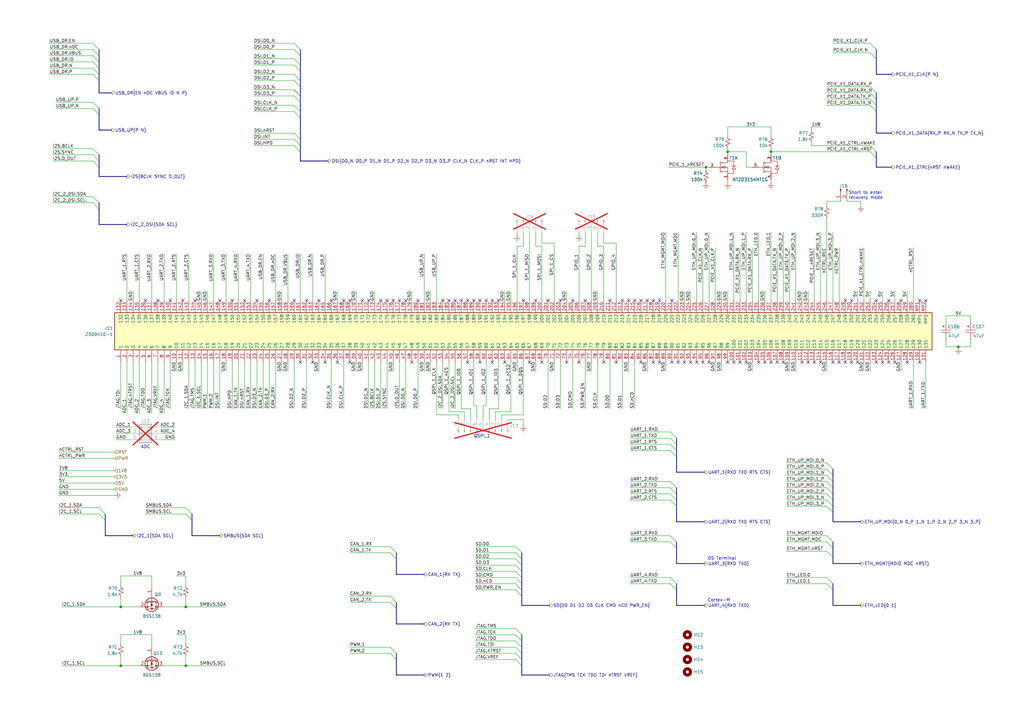
<source format=kicad_sch>
(kicad_sch (version 20230121) (generator eeschema)
  (paper "A3")
  (junction (at 49.53 248.92))
  (junction (at 49.53 273.05))
  (junction (at 289.56 68.58))
  (junction (at 298.45 62.23))
  (junction (at 76.2 248.92))
  (junction (at 393.065 142.24))
  (junction (at 76.2 273.05))
  (junction (at 316.23 62.23))
  (no_connect (at 140.97 123.19))
  (no_connect (at 260.35 123.19))
  (no_connect (at 224.79 123.19))
  (no_connect (at 344.17 148.59))
  (no_connect (at 120.65 123.19))
  (no_connect (at 379.73 123.19))
  (no_connect (at 135.89 123.19))
  (no_connect (at 349.25 148.59))
  (no_connect (at 316.23 148.59))
  (no_connect (at 285.75 148.59))
  (no_connect (at 334.01 148.59))
  (no_connect (at 257.81 123.19))
  (no_connect (at 95.25 123.19))
  (no_connect (at 346.71 123.19))
  (no_connect (at 191.77 123.19))
  (no_connect (at 364.49 148.59))
  (no_connect (at 123.19 148.59))
  (no_connect (at 128.27 148.59))
  (no_connect (at 265.43 123.19))
  (no_connect (at 90.17 123.19))
  (no_connect (at 196.85 123.19))
  (no_connect (at 359.41 123.19))
  (no_connect (at 207.01 148.59))
  (no_connect (at 69.85 123.19))
  (no_connect (at 328.93 148.59))
  (no_connect (at 369.57 123.19))
  (no_connect (at 204.47 123.19))
  (no_connect (at 189.23 123.19))
  (no_connect (at 275.59 123.19))
  (no_connect (at 349.25 123.19))
  (no_connect (at 372.11 148.59))
  (no_connect (at 313.69 148.59))
  (no_connect (at 377.19 123.19))
  (no_connect (at 300.99 148.59))
  (no_connect (at 191.77 148.59))
  (no_connect (at 100.33 123.19))
  (no_connect (at 196.85 148.59))
  (no_connect (at 303.53 148.59))
  (no_connect (at 156.21 123.19))
  (no_connect (at 367.03 148.59))
  (no_connect (at 74.93 123.19))
  (no_connect (at 283.21 148.59))
  (no_connect (at 125.73 123.19))
  (no_connect (at 64.77 123.19))
  (no_connect (at 275.59 148.59))
  (no_connect (at 336.55 148.59))
  (no_connect (at 351.79 148.59))
  (no_connect (at 222.25 148.59))
  (no_connect (at 163.83 123.19))
  (no_connect (at 219.71 123.19))
  (no_connect (at 262.89 148.59))
  (no_connect (at 186.69 123.19))
  (no_connect (at 130.81 123.19))
  (no_connect (at 278.13 148.59))
  (no_connect (at 250.19 123.19))
  (no_connect (at 59.69 123.19))
  (no_connect (at 80.01 123.19))
  (no_connect (at 234.95 123.19))
  (no_connect (at 199.39 123.19))
  (no_connect (at 306.07 148.59))
  (no_connect (at 148.59 123.19))
  (no_connect (at 184.15 123.19))
  (no_connect (at 110.49 123.19))
  (no_connect (at 166.37 123.19))
  (no_connect (at 201.93 148.59))
  (no_connect (at 280.67 148.59))
  (no_connect (at 262.89 123.19))
  (no_connect (at 377.19 148.59))
  (no_connect (at 158.75 123.19))
  (no_connect (at 201.93 123.19))
  (no_connect (at 364.49 123.19))
  (no_connect (at 161.29 123.19))
  (no_connect (at 181.61 123.19))
  (no_connect (at 298.45 148.59))
  (no_connect (at 290.83 148.59))
  (no_connect (at 361.95 148.59))
  (no_connect (at 359.41 148.59))
  (no_connect (at 49.53 123.19))
  (no_connect (at 288.29 148.59))
  (no_connect (at 232.41 148.59))
  (no_connect (at 247.65 148.59))
  (no_connect (at 331.47 148.59))
  (no_connect (at 168.91 148.59))
  (no_connect (at 171.45 123.19))
  (no_connect (at 252.73 148.59))
  (no_connect (at 194.31 123.19))
  (no_connect (at 151.13 123.19))
  (no_connect (at 255.27 123.19))
  (no_connect (at 143.51 123.19))
  (no_connect (at 267.97 123.19))
  (no_connect (at 318.77 148.59))
  (no_connect (at 105.41 123.19))
  (no_connect (at 270.51 148.59))
  (no_connect (at 217.17 148.59))
  (no_connect (at 321.31 148.59))
  (no_connect (at 237.49 148.59))
  (no_connect (at 341.63 148.59))
  (no_connect (at 138.43 148.59))
  (no_connect (at 229.87 123.19))
  (no_connect (at 133.35 148.59))
  (no_connect (at 270.51 123.19))
  (no_connect (at 214.63 123.19))
  (no_connect (at 143.51 148.59))
  (no_connect (at 346.71 148.59))
  (no_connect (at 240.03 123.19))
  (no_connect (at 311.15 148.59))
  (no_connect (at 267.97 148.59))
  (bus_entry (at 341.63 205.105) (size -2.54 -2.54))
  (bus_entry (at 359.41 64.77) (size -2.54 -2.54))
  (bus_entry (at 78.74 213.36) (size -2.54 -2.54))
  (bus_entry (at 162.56 226.695) (size -2.54 -2.54))
  (bus_entry (at 277.495 200.025) (size -2.54 -2.54))
  (bus_entry (at 277.495 224.79) (size -2.54 -2.54))
  (bus_entry (at 40.64 63.5) (size -2.54 -2.54))
  (bus_entry (at 123.19 39.37) (size -2.54 -2.54))
  (bus_entry (at 123.19 48.26) (size -2.54 -2.54))
  (bus_entry (at 123.19 29.21) (size -2.54 -2.54))
  (bus_entry (at 277.495 202.565) (size -2.54 -2.54))
  (bus_entry (at 213.995 265.43) (size -2.54 -2.54))
  (bus_entry (at 359.41 20.32) (size -2.54 -2.54))
  (bus_entry (at 359.41 45.72) (size -2.54 -2.54))
  (bus_entry (at 123.19 35.56) (size -2.54 -2.54))
  (bus_entry (at 162.56 267.97) (size -2.54 -2.54))
  (bus_entry (at 341.63 192.405) (size -2.54 -2.54))
  (bus_entry (at 123.19 41.91) (size -2.54 -2.54))
  (bus_entry (at 277.495 222.25) (size -2.54 -2.54))
  (bus_entry (at 123.19 39.37) (size -2.54 -2.54))
  (bus_entry (at 277.495 205.105) (size -2.54 -2.54))
  (bus_entry (at 213.995 260.35) (size -2.54 -2.54))
  (bus_entry (at 277.495 187.325) (size -2.54 -2.54))
  (bus_entry (at 213.995 234.315) (size -2.54 -2.54))
  (bus_entry (at 123.19 22.86) (size -2.54 -2.54))
  (bus_entry (at 40.64 22.86) (size -2.54 -2.54))
  (bus_entry (at 123.19 62.23) (size -2.54 -2.54))
  (bus_entry (at 40.64 83.185) (size -2.54 -2.54))
  (bus_entry (at 213.995 236.855) (size -2.54 -2.54))
  (bus_entry (at 277.495 239.395) (size -2.54 -2.54))
  (bus_entry (at 359.41 43.18) (size -2.54 -2.54))
  (bus_entry (at 43.18 213.36) (size -2.54 -2.54))
  (bus_entry (at 123.19 45.72) (size -2.54 -2.54))
  (bus_entry (at 162.56 229.235) (size -2.54 -2.54))
  (bus_entry (at 341.63 194.945) (size -2.54 -2.54))
  (bus_entry (at 359.41 38.1) (size -2.54 -2.54))
  (bus_entry (at 213.995 239.395) (size -2.54 -2.54))
  (bus_entry (at 341.63 224.79) (size -2.54 -2.54))
  (bus_entry (at 43.18 210.82) (size -2.54 -2.54))
  (bus_entry (at 213.995 273.05) (size -2.54 -2.54))
  (bus_entry (at 341.63 210.185) (size -2.54 -2.54))
  (bus_entry (at 277.495 241.935) (size -2.54 -2.54))
  (bus_entry (at 213.995 270.51) (size -2.54 -2.54))
  (bus_entry (at 40.64 25.4) (size -2.54 -2.54))
  (bus_entry (at 162.56 270.51) (size -2.54 -2.54))
  (bus_entry (at 341.63 200.025) (size -2.54 -2.54))
  (bus_entry (at 213.995 244.475) (size -2.54 -2.54))
  (bus_entry (at 213.995 231.775) (size -2.54 -2.54))
  (bus_entry (at 341.63 207.645) (size -2.54 -2.54))
  (bus_entry (at 213.995 229.235) (size -2.54 -2.54))
  (bus_entry (at 162.56 247.015) (size -2.54 -2.54))
  (bus_entry (at 123.19 57.15) (size -2.54 -2.54))
  (bus_entry (at 277.495 207.645) (size -2.54 -2.54))
  (bus_entry (at 341.63 239.395) (size -2.54 -2.54))
  (bus_entry (at 40.64 68.58) (size -2.54 -2.54))
  (bus_entry (at 213.995 267.97) (size -2.54 -2.54))
  (bus_entry (at 40.64 20.32) (size -2.54 -2.54))
  (bus_entry (at 341.63 228.6) (size -2.54 -2.54))
  (bus_entry (at 40.64 27.94) (size -2.54 -2.54))
  (bus_entry (at 359.41 24.13) (size -2.54 -2.54))
  (bus_entry (at 40.64 33.02) (size -2.54 -2.54))
  (bus_entry (at 78.74 210.82) (size -2.54 -2.54))
  (bus_entry (at 359.41 62.23) (size -2.54 -2.54))
  (bus_entry (at 213.995 262.89) (size -2.54 -2.54))
  (bus_entry (at 277.495 179.705) (size -2.54 -2.54))
  (bus_entry (at 213.995 241.935) (size -2.54 -2.54))
  (bus_entry (at 341.63 222.25) (size -2.54 -2.54))
  (bus_entry (at 40.64 44.45) (size -2.54 -2.54))
  (bus_entry (at 40.64 66.04) (size -2.54 -2.54))
  (bus_entry (at 359.41 40.64) (size -2.54 -2.54))
  (bus_entry (at 123.19 33.02) (size -2.54 -2.54))
  (bus_entry (at 162.56 249.555) (size -2.54 -2.54))
  (bus_entry (at 341.63 197.485) (size -2.54 -2.54))
  (bus_entry (at 123.19 59.69) (size -2.54 -2.54))
  (bus_entry (at 40.64 85.725) (size -2.54 -2.54))
  (bus_entry (at 123.19 20.32) (size -2.54 -2.54))
  (bus_entry (at 40.64 46.99) (size -2.54 -2.54))
  (bus_entry (at 277.495 182.245) (size -2.54 -2.54))
  (bus_entry (at 40.64 30.48) (size -2.54 -2.54))
  (bus_entry (at 341.63 202.565) (size -2.54 -2.54))
  (bus_entry (at 341.63 241.935) (size -2.54 -2.54))
  (bus_entry (at 277.495 184.785) (size -2.54 -2.54))
  (bus_entry (at 213.995 226.695) (size -2.54 -2.54))
  (bus_entry (at 123.19 26.67) (size -2.54 -2.54))
  (wire (pts (xy 245.11 95.25) (xy 245.11 100.965)))
  (bus (pts (xy 213.995 241.935) (xy 213.995 244.475)))
  (wire (pts (xy 298.45 52.07) (xy 298.45 55.88)))
  (bus (pts (xy 365.76 54.61) (xy 359.41 54.61)))
  (bus (pts (xy 123.19 22.86) (xy 123.19 26.67)))
  (bus (pts (xy 123.19 57.15) (xy 123.19 59.69)))
  (bus (pts (xy 78.74 210.82) (xy 78.74 213.36)))
  (wire (pts (xy 46.99 185.42) (xy 24.13 185.42)))
  (wire (pts (xy 158.75 148.59) (xy 158.75 167.64)))
  (bus (pts (xy 341.63 205.105) (xy 341.63 207.645)))
  (wire (pts (xy 274.955 184.785) (xy 258.445 184.785)))
  (wire (pts (xy 316.23 95.25) (xy 316.23 123.19)))
  (bus (pts (xy 213.995 262.89) (xy 213.995 265.43)))
  (wire (pts (xy 313.69 119.38) (xy 313.69 123.19)))
  (wire (pts (xy 67.31 123.19) (xy 67.31 104.14)))
  (wire (pts (xy 339.09 89.535) (xy 339.09 123.19)))
  (wire (pts (xy 107.95 148.59) (xy 107.95 167.64)))
  (bus (pts (xy 341.63 192.405) (xy 341.63 194.945)))
  (wire (pts (xy 339.09 192.405) (xy 322.58 192.405)))
  (wire (pts (xy 49.53 273.05) (xy 57.15 273.05)))
  (bus (pts (xy 359.41 64.77) (xy 359.41 68.58)))
  (wire (pts (xy 211.455 270.51) (xy 194.945 270.51)))
  (wire (pts (xy 374.65 123.19) (xy 374.65 101.6)))
  (bus (pts (xy 341.63 224.79) (xy 341.63 228.6)))
  (bus (pts (xy 277.495 202.565) (xy 277.495 205.105)))
  (bus (pts (xy 123.19 26.67) (xy 123.19 29.21)))
  (bus (pts (xy 288.925 193.675) (xy 277.495 193.675)))
  (wire (pts (xy 40.64 208.28) (xy 24.13 208.28)))
  (wire (pts (xy 209.55 168.91) (xy 203.2 168.91)))
  (wire (pts (xy 245.11 148.59) (xy 245.11 167.64)))
  (wire (pts (xy 214.63 170.18) (xy 205.74 170.18)))
  (wire (pts (xy 151.13 148.59) (xy 151.13 167.64)))
  (bus (pts (xy 288.925 231.14) (xy 277.495 231.14)))
  (bus (pts (xy 225.425 248.285) (xy 213.995 248.285)))
  (bus (pts (xy 213.995 226.695) (xy 213.995 229.235)))
  (wire (pts (xy 303.53 101.6) (xy 303.53 123.19)))
  (wire (pts (xy 97.79 123.19) (xy 97.79 104.14)))
  (bus (pts (xy 40.64 25.4) (xy 40.64 27.94)))
  (bus (pts (xy 162.56 270.51) (xy 162.56 276.86)))
  (bus (pts (xy 213.995 239.395) (xy 213.995 241.935)))
  (bus (pts (xy 40.64 20.32) (xy 40.64 22.86)))
  (wire (pts (xy 49.53 248.92) (xy 57.15 248.92)))
  (wire (pts (xy 274.955 179.705) (xy 258.445 179.705)))
  (bus (pts (xy 40.64 53.34) (xy 45.72 53.34)))
  (wire (pts (xy 62.23 148.59) (xy 62.23 169.545)))
  (wire (pts (xy 198.12 166.37) (xy 198.12 172.085)))
  (bus (pts (xy 277.495 187.325) (xy 277.495 193.675)))
  (wire (pts (xy 298.45 119.38) (xy 298.45 123.19)))
  (bus (pts (xy 359.41 45.72) (xy 359.41 54.61)))
  (bus (pts (xy 359.41 20.32) (xy 359.41 24.13)))
  (wire (pts (xy 189.23 148.59) (xy 189.23 167.64)))
  (wire (pts (xy 77.47 148.59) (xy 77.47 167.64)))
  (wire (pts (xy 247.65 100.965) (xy 247.65 123.19)))
  (wire (pts (xy 69.85 148.59) (xy 69.85 167.64)))
  (wire (pts (xy 138.43 119.38) (xy 138.43 123.19)))
  (wire (pts (xy 211.455 257.81) (xy 194.945 257.81)))
  (bus (pts (xy 40.64 85.725) (xy 40.64 92.075)))
  (wire (pts (xy 353.06 82.55) (xy 353.06 84.455)))
  (wire (pts (xy 316.23 62.23) (xy 356.87 62.23)))
  (wire (pts (xy 332.74 52.07) (xy 332.74 53.34)))
  (bus (pts (xy 353.06 248.285) (xy 341.63 248.285)))
  (wire (pts (xy 72.39 260.35) (xy 76.2 260.35)))
  (wire (pts (xy 339.09 84.455) (xy 339.09 82.55)))
  (wire (pts (xy 38.1 27.94) (xy 20.32 27.94)))
  (wire (pts (xy 356.87 40.64) (xy 339.09 40.64)))
  (wire (pts (xy 293.37 101.6) (xy 293.37 123.19)))
  (wire (pts (xy 38.1 63.5) (xy 21.59 63.5)))
  (wire (pts (xy 242.57 148.59) (xy 242.57 152.4)))
  (wire (pts (xy 232.41 119.38) (xy 232.41 123.19)))
  (wire (pts (xy 49.53 245.11) (xy 49.53 248.92)))
  (wire (pts (xy 247.65 99.695) (xy 252.73 99.695)))
  (wire (pts (xy 356.87 119.38) (xy 356.87 123.19)))
  (wire (pts (xy 38.1 20.32) (xy 20.32 20.32)))
  (bus (pts (xy 341.63 197.485) (xy 341.63 200.025)))
  (wire (pts (xy 211.455 231.775) (xy 194.945 231.775)))
  (bus (pts (xy 162.56 229.235) (xy 162.56 235.585)))
  (bus (pts (xy 277.495 205.105) (xy 277.495 207.645)))
  (wire (pts (xy 234.95 148.59) (xy 234.95 167.64)))
  (wire (pts (xy 156.21 148.59) (xy 156.21 167.64)))
  (wire (pts (xy 336.55 95.25) (xy 336.55 123.19)))
  (wire (pts (xy 331.47 119.38) (xy 331.47 123.19)))
  (wire (pts (xy 153.67 148.59) (xy 153.67 167.64)))
  (wire (pts (xy 316.23 62.23) (xy 316.23 63.5)))
  (bus (pts (xy 277.495 241.935) (xy 277.495 248.285)))
  (bus (pts (xy 123.19 41.91) (xy 123.19 45.72)))
  (wire (pts (xy 354.33 101.6) (xy 354.33 123.19)))
  (bus (pts (xy 277.495 200.025) (xy 277.495 202.565)))
  (wire (pts (xy 113.03 148.59) (xy 113.03 167.64)))
  (bus (pts (xy 288.925 213.995) (xy 277.495 213.995)))
  (bus (pts (xy 123.19 20.32) (xy 123.19 22.86)))
  (wire (pts (xy 171.45 148.59) (xy 171.45 167.64)))
  (bus (pts (xy 173.99 276.86) (xy 162.56 276.86)))
  (wire (pts (xy 38.1 80.645) (xy 21.59 80.645)))
  (wire (pts (xy 76.2 269.24) (xy 76.2 273.05)))
  (wire (pts (xy 97.79 148.59) (xy 97.79 167.64)))
  (bus (pts (xy 341.63 194.945) (xy 341.63 197.485)))
  (wire (pts (xy 38.1 30.48) (xy 20.32 30.48)))
  (wire (pts (xy 361.95 119.38) (xy 361.95 123.19)))
  (wire (pts (xy 148.59 148.59) (xy 148.59 152.4)))
  (wire (pts (xy 211.455 241.935) (xy 194.945 241.935)))
  (bus (pts (xy 162.56 267.97) (xy 162.56 270.51)))
  (wire (pts (xy 38.1 83.185) (xy 21.59 83.185)))
  (wire (pts (xy 140.97 148.59) (xy 140.97 167.64)))
  (wire (pts (xy 38.1 60.96) (xy 21.59 60.96)))
  (wire (pts (xy 207.01 119.38) (xy 207.01 123.19)))
  (wire (pts (xy 85.09 148.59) (xy 85.09 167.64)))
  (wire (pts (xy 214.63 95.25) (xy 214.63 100.965)))
  (bus (pts (xy 213.995 231.775) (xy 213.995 234.315)))
  (wire (pts (xy 146.05 119.38) (xy 146.05 123.19)))
  (wire (pts (xy 306.07 62.23) (xy 306.07 68.58)))
  (wire (pts (xy 52.07 148.59) (xy 52.07 169.545)))
  (wire (pts (xy 211.455 262.89) (xy 194.945 262.89)))
  (wire (pts (xy 398.145 129.54) (xy 398.145 132.08)))
  (wire (pts (xy 105.41 148.59) (xy 105.41 167.64)))
  (wire (pts (xy 22.86 44.45) (xy 38.1 44.45)))
  (wire (pts (xy 240.03 100.965) (xy 237.49 100.965)))
  (wire (pts (xy 128.27 123.19) (xy 128.27 104.14)))
  (wire (pts (xy 118.11 148.59) (xy 118.11 152.4)))
  (wire (pts (xy 135.89 148.59) (xy 135.89 167.64)))
  (wire (pts (xy 49.53 236.22) (xy 62.23 236.22)))
  (wire (pts (xy 77.47 123.19) (xy 77.47 104.14)))
  (wire (pts (xy 211.455 226.695) (xy 194.945 226.695)))
  (wire (pts (xy 219.71 148.59) (xy 219.71 152.4)))
  (wire (pts (xy 67.31 273.05) (xy 76.2 273.05)))
  (wire (pts (xy 38.1 22.86) (xy 20.32 22.86)))
  (wire (pts (xy 318.77 123.19) (xy 318.77 101.6)))
  (wire (pts (xy 387.985 132.08) (xy 387.985 129.54)))
  (wire (pts (xy 120.65 30.48) (xy 104.14 30.48)))
  (wire (pts (xy 273.05 95.25) (xy 273.05 123.19)))
  (wire (pts (xy 316.23 55.88) (xy 316.23 52.07)))
  (bus (pts (xy 123.19 35.56) (xy 123.19 39.37)))
  (wire (pts (xy 190.5 168.91) (xy 190.5 172.085)))
  (wire (pts (xy 387.985 129.54) (xy 398.145 129.54)))
  (wire (pts (xy 274.955 177.165) (xy 258.445 177.165)))
  (wire (pts (xy 356.87 21.59) (xy 341.63 21.59)))
  (wire (pts (xy 194.31 166.37) (xy 195.58 166.37)))
  (wire (pts (xy 290.83 68.58) (xy 289.56 68.58)))
  (bus (pts (xy 40.64 83.185) (xy 40.64 85.725)))
  (wire (pts (xy 24.13 193.04) (xy 46.99 193.04)))
  (bus (pts (xy 225.425 276.86) (xy 213.995 276.86)))
  (wire (pts (xy 76.2 208.28) (xy 59.69 208.28)))
  (wire (pts (xy 195.58 166.37) (xy 195.58 172.085)))
  (bus (pts (xy 40.64 63.5) (xy 40.64 66.04)))
  (wire (pts (xy 339.09 197.485) (xy 322.58 197.485)))
  (wire (pts (xy 339.09 82.55) (xy 344.805 82.55)))
  (wire (pts (xy 72.39 148.59) (xy 72.39 152.4)))
  (wire (pts (xy 24.13 200.66) (xy 46.99 200.66)))
  (wire (pts (xy 82.55 148.59) (xy 82.55 167.64)))
  (wire (pts (xy 100.33 148.59) (xy 100.33 167.64)))
  (wire (pts (xy 176.53 119.38) (xy 176.53 123.19)))
  (bus (pts (xy 173.99 235.585) (xy 162.56 235.585)))
  (bus (pts (xy 213.995 229.235) (xy 213.995 231.775)))
  (bus (pts (xy 123.19 59.69) (xy 123.19 62.23)))
  (wire (pts (xy 227.33 148.59) (xy 227.33 152.4)))
  (wire (pts (xy 211.455 260.35) (xy 194.945 260.35)))
  (wire (pts (xy 186.69 148.59) (xy 186.69 167.64)))
  (wire (pts (xy 212.09 148.59) (xy 212.09 152.4)))
  (bus (pts (xy 52.07 72.39) (xy 40.64 72.39)))
  (wire (pts (xy 250.19 148.59) (xy 250.19 167.64)))
  (bus (pts (xy 277.495 222.25) (xy 277.495 224.79)))
  (wire (pts (xy 173.99 148.59) (xy 173.99 152.4)))
  (wire (pts (xy 274.955 182.245) (xy 258.445 182.245)))
  (wire (pts (xy 278.13 95.25) (xy 278.13 123.19)))
  (wire (pts (xy 47.625 175.26) (xy 53.34 175.26)))
  (wire (pts (xy 66.04 175.26) (xy 71.755 175.26)))
  (wire (pts (xy 160.02 226.695) (xy 143.51 226.695)))
  (wire (pts (xy 120.65 36.83) (xy 104.14 36.83)))
  (wire (pts (xy 356.87 43.18) (xy 339.09 43.18)))
  (wire (pts (xy 316.23 73.66) (xy 316.23 74.93)))
  (bus (pts (xy 341.63 241.935) (xy 341.63 248.285)))
  (wire (pts (xy 298.45 60.96) (xy 298.45 62.23)))
  (wire (pts (xy 120.65 24.13) (xy 104.14 24.13)))
  (wire (pts (xy 120.65 54.61) (xy 104.14 54.61)))
  (wire (pts (xy 203.2 168.91) (xy 203.2 172.085)))
  (wire (pts (xy 110.49 148.59) (xy 110.49 167.64)))
  (wire (pts (xy 113.03 123.19) (xy 113.03 104.14)))
  (wire (pts (xy 242.57 95.25) (xy 242.57 123.19)))
  (bus (pts (xy 45.72 38.1) (xy 40.64 38.1)))
  (wire (pts (xy 120.65 57.15) (xy 104.14 57.15)))
  (wire (pts (xy 288.29 101.6) (xy 288.29 123.19)))
  (wire (pts (xy 66.04 180.34) (xy 71.755 180.34)))
  (bus (pts (xy 213.995 234.315) (xy 213.995 236.855)))
  (wire (pts (xy 227.33 99.695) (xy 227.33 123.19)))
  (wire (pts (xy 76.2 260.35) (xy 76.2 264.16)))
  (wire (pts (xy 212.09 100.965) (xy 212.09 123.19)))
  (wire (pts (xy 120.65 59.69) (xy 104.14 59.69)))
  (wire (pts (xy 339.09 236.855) (xy 322.58 236.855)))
  (wire (pts (xy 153.67 119.38) (xy 153.67 123.19)))
  (wire (pts (xy 339.09 202.565) (xy 322.58 202.565)))
  (wire (pts (xy 57.15 148.59) (xy 57.15 169.545)))
  (bus (pts (xy 123.19 39.37) (xy 123.19 41.91)))
  (wire (pts (xy 308.61 148.59) (xy 308.61 152.4)))
  (wire (pts (xy 289.56 68.58) (xy 289.56 69.85)))
  (wire (pts (xy 168.91 119.38) (xy 168.91 123.19)))
  (wire (pts (xy 273.05 148.59) (xy 273.05 152.4)))
  (wire (pts (xy 211.455 236.855) (xy 194.945 236.855)))
  (wire (pts (xy 283.21 119.38) (xy 283.21 123.19)))
  (wire (pts (xy 280.67 119.38) (xy 280.67 123.19)))
  (wire (pts (xy 247.65 95.25) (xy 247.65 99.695)))
  (wire (pts (xy 257.81 148.59) (xy 257.81 152.4)))
  (wire (pts (xy 204.47 148.59) (xy 204.47 167.64)))
  (wire (pts (xy 107.95 123.19) (xy 107.95 104.14)))
  (wire (pts (xy 339.09 205.105) (xy 322.58 205.105)))
  (wire (pts (xy 274.955 222.25) (xy 258.445 222.25)))
  (wire (pts (xy 199.39 148.59) (xy 199.39 166.37)))
  (wire (pts (xy 217.17 95.25) (xy 217.17 123.19)))
  (bus (pts (xy 52.07 92.075) (xy 40.64 92.075)))
  (wire (pts (xy 326.39 148.59) (xy 326.39 152.4)))
  (wire (pts (xy 74.93 148.59) (xy 74.93 152.4)))
  (bus (pts (xy 173.99 255.905) (xy 162.56 255.905)))
  (wire (pts (xy 323.85 148.59) (xy 323.85 152.4)))
  (bus (pts (xy 40.64 66.04) (xy 40.64 68.58)))
  (wire (pts (xy 85.09 119.38) (xy 85.09 123.19)))
  (bus (pts (xy 213.995 265.43) (xy 213.995 267.97)))
  (bus (pts (xy 359.41 24.13) (xy 359.41 30.48)))
  (wire (pts (xy 205.74 170.18) (xy 205.74 172.085)))
  (bus (pts (xy 40.64 46.99) (xy 40.64 53.34)))
  (bus (pts (xy 341.63 202.565) (xy 341.63 205.105)))
  (bus (pts (xy 359.41 43.18) (xy 359.41 45.72)))
  (wire (pts (xy 274.955 202.565) (xy 258.445 202.565)))
  (wire (pts (xy 76.2 245.11) (xy 76.2 248.92)))
  (wire (pts (xy 120.65 45.72) (xy 104.14 45.72)))
  (wire (pts (xy 398.145 142.24) (xy 398.145 139.7)))
  (wire (pts (xy 38.1 66.04) (xy 21.59 66.04)))
  (wire (pts (xy 334.01 101.6) (xy 334.01 123.19)))
  (bus (pts (xy 213.995 273.05) (xy 213.995 276.86)))
  (wire (pts (xy 211.455 265.43) (xy 194.945 265.43)))
  (bus (pts (xy 341.63 222.25) (xy 341.63 224.79)))
  (wire (pts (xy 130.81 148.59) (xy 130.81 152.4)))
  (wire (pts (xy 40.64 210.82) (xy 24.13 210.82)))
  (wire (pts (xy 72.39 236.22) (xy 76.2 236.22)))
  (wire (pts (xy 184.15 148.59) (xy 184.15 168.91)))
  (wire (pts (xy 102.87 148.59) (xy 102.87 167.64)))
  (wire (pts (xy 199.39 166.37) (xy 198.12 166.37)))
  (wire (pts (xy 369.57 148.59) (xy 369.57 152.4)))
  (wire (pts (xy 229.87 148.59) (xy 229.87 167.64)))
  (wire (pts (xy 211.455 229.235) (xy 194.945 229.235)))
  (wire (pts (xy 102.87 123.19) (xy 102.87 104.14)))
  (wire (pts (xy 323.85 123.19) (xy 323.85 101.6)))
  (bus (pts (xy 40.64 27.94) (xy 40.64 30.48)))
  (wire (pts (xy 25.4 248.92) (xy 49.53 248.92)))
  (wire (pts (xy 222.25 100.965) (xy 222.25 123.19)))
  (wire (pts (xy 92.71 148.59) (xy 92.71 152.4)))
  (bus (pts (xy 277.495 224.79) (xy 277.495 231.14)))
  (wire (pts (xy 222.25 99.695) (xy 227.33 99.695)))
  (wire (pts (xy 290.83 95.25) (xy 290.83 123.19)))
  (wire (pts (xy 387.985 139.7) (xy 387.985 142.24)))
  (wire (pts (xy 245.11 100.965) (xy 247.65 100.965)))
  (wire (pts (xy 260.35 148.59) (xy 260.35 167.64)))
  (wire (pts (xy 393.065 142.24) (xy 398.145 142.24)))
  (wire (pts (xy 87.63 148.59) (xy 87.63 167.64)))
  (wire (pts (xy 328.93 119.38) (xy 328.93 123.19)))
  (bus (pts (xy 341.63 207.645) (xy 341.63 210.185)))
  (wire (pts (xy 274.955 236.855) (xy 258.445 236.855)))
  (bus (pts (xy 359.41 62.23) (xy 359.41 64.77)))
  (wire (pts (xy 341.63 95.25) (xy 341.63 123.19)))
  (bus (pts (xy 277.495 207.645) (xy 277.495 213.995)))
  (wire (pts (xy 76.2 236.22) (xy 76.2 240.03)))
  (wire (pts (xy 194.31 148.59) (xy 194.31 166.37)))
  (wire (pts (xy 237.49 100.965) (xy 237.49 123.19)))
  (wire (pts (xy 339.09 200.025) (xy 322.58 200.025)))
  (bus (pts (xy 341.63 228.6) (xy 341.63 231.14)))
  (wire (pts (xy 66.04 177.8) (xy 71.755 177.8)))
  (wire (pts (xy 90.17 148.59) (xy 90.17 167.64)))
  (bus (pts (xy 353.06 213.995) (xy 341.63 213.995)))
  (bus (pts (xy 359.41 38.1) (xy 359.41 40.64)))
  (bus (pts (xy 213.995 236.855) (xy 213.995 239.395)))
  (wire (pts (xy 306.07 68.58) (xy 308.61 68.58)))
  (wire (pts (xy 332.74 52.07) (xy 336.55 52.07)))
  (wire (pts (xy 339.09 239.395) (xy 322.58 239.395)))
  (wire (pts (xy 184.15 168.91) (xy 190.5 168.91)))
  (wire (pts (xy 62.23 123.19) (xy 62.23 104.14)))
  (wire (pts (xy 123.19 123.19) (xy 123.19 104.14)))
  (wire (pts (xy 160.02 267.97) (xy 143.51 267.97)))
  (wire (pts (xy 316.23 60.96) (xy 316.23 62.23)))
  (wire (pts (xy 332.74 59.69) (xy 356.87 59.69)))
  (wire (pts (xy 372.11 119.38) (xy 372.11 123.19)))
  (wire (pts (xy 160.02 224.155) (xy 143.51 224.155)))
  (wire (pts (xy 245.11 119.38) (xy 245.11 123.19)))
  (wire (pts (xy 187.96 170.18) (xy 187.96 172.085)))
  (wire (pts (xy 38.1 25.4) (xy 20.32 25.4)))
  (wire (pts (xy 67.31 248.92) (xy 76.2 248.92)))
  (wire (pts (xy 82.55 119.38) (xy 82.55 123.19)))
  (wire (pts (xy 214.63 172.085) (xy 214.63 174.625)))
  (wire (pts (xy 237.49 95.25) (xy 237.49 96.52)))
  (wire (pts (xy 160.02 247.015) (xy 143.51 247.015)))
  (wire (pts (xy 274.32 68.58) (xy 289.56 68.58)))
  (wire (pts (xy 120.65 39.37) (xy 104.14 39.37)))
  (wire (pts (xy 347.345 82.55) (xy 353.06 82.55)))
  (bus (pts (xy 43.18 213.36) (xy 43.18 219.71)))
  (wire (pts (xy 311.15 95.25) (xy 311.15 123.19)))
  (wire (pts (xy 160.02 244.475) (xy 143.51 244.475)))
  (wire (pts (xy 173.99 123.19) (xy 173.99 104.14)))
  (wire (pts (xy 53.34 177.8) (xy 47.625 177.8)))
  (wire (pts (xy 189.23 167.64) (xy 193.04 167.64)))
  (wire (pts (xy 176.53 148.59) (xy 176.53 152.4)))
  (wire (pts (xy 367.03 119.38) (xy 367.03 123.19)))
  (wire (pts (xy 49.53 260.35) (xy 62.23 260.35)))
  (wire (pts (xy 356.87 148.59) (xy 356.87 152.4)))
  (wire (pts (xy 252.73 99.695) (xy 252.73 123.19)))
  (wire (pts (xy 211.455 234.315) (xy 194.945 234.315)))
  (wire (pts (xy 125.73 148.59) (xy 125.73 167.64)))
  (wire (pts (xy 222.25 95.25) (xy 222.25 99.695)))
  (wire (pts (xy 339.09 194.945) (xy 322.58 194.945)))
  (wire (pts (xy 214.63 148.59) (xy 214.63 170.18)))
  (wire (pts (xy 87.63 123.19) (xy 87.63 104.14)))
  (wire (pts (xy 22.86 41.91) (xy 38.1 41.91)))
  (wire (pts (xy 339.09 148.59) (xy 339.09 152.4)))
  (wire (pts (xy 49.53 264.16) (xy 49.53 260.35)))
  (wire (pts (xy 285.75 95.25) (xy 285.75 123.19)))
  (wire (pts (xy 274.955 197.485) (xy 258.445 197.485)))
  (wire (pts (xy 298.45 73.66) (xy 298.45 74.93)))
  (bus (pts (xy 134.62 66.04) (xy 123.19 66.04)))
  (bus (pts (xy 213.995 267.97) (xy 213.995 270.51)))
  (wire (pts (xy 295.91 119.38) (xy 295.91 123.19)))
  (bus (pts (xy 277.495 182.245) (xy 277.495 184.785)))
  (wire (pts (xy 387.985 142.24) (xy 393.065 142.24)))
  (wire (pts (xy 120.65 43.18) (xy 104.14 43.18)))
  (wire (pts (xy 47.625 180.34) (xy 53.34 180.34)))
  (wire (pts (xy 298.45 62.23) (xy 298.45 63.5)))
  (wire (pts (xy 193.04 167.64) (xy 193.04 172.085)))
  (wire (pts (xy 181.61 148.59) (xy 181.61 167.64)))
  (wire (pts (xy 146.05 148.59) (xy 146.05 152.4)))
  (wire (pts (xy 356.87 35.56) (xy 339.09 35.56)))
  (bus (pts (xy 40.64 22.86) (xy 40.64 25.4)))
  (wire (pts (xy 115.57 148.59) (xy 115.57 152.4)))
  (wire (pts (xy 211.455 224.155) (xy 194.945 224.155)))
  (wire (pts (xy 76.2 273.05) (xy 92.71 273.05)))
  (wire (pts (xy 54.61 119.38) (xy 54.61 123.19)))
  (wire (pts (xy 212.09 95.25) (xy 212.09 96.52)))
  (wire (pts (xy 120.65 148.59) (xy 120.65 167.64)))
  (wire (pts (xy 161.29 148.59) (xy 161.29 152.4)))
  (wire (pts (xy 24.13 195.58) (xy 46.99 195.58)))
  (bus (pts (xy 277.495 239.395) (xy 277.495 241.935)))
  (wire (pts (xy 46.99 187.96) (xy 24.13 187.96)))
  (bus (pts (xy 162.56 249.555) (xy 162.56 255.905)))
  (wire (pts (xy 306.07 95.25) (xy 306.07 123.19)))
  (wire (pts (xy 92.71 123.19) (xy 92.71 104.14)))
  (wire (pts (xy 209.55 119.38) (xy 209.55 123.19)))
  (wire (pts (xy 219.71 100.965) (xy 222.25 100.965)))
  (wire (pts (xy 326.39 95.25) (xy 326.39 123.19)))
  (wire (pts (xy 295.91 148.59) (xy 295.91 152.4)))
  (wire (pts (xy 293.37 148.59) (xy 293.37 152.4)))
  (bus (pts (xy 40.64 30.48) (xy 40.64 33.02)))
  (bus (pts (xy 353.06 231.14) (xy 341.63 231.14)))
  (wire (pts (xy 95.25 148.59) (xy 95.25 167.64)))
  (wire (pts (xy 204.47 167.64) (xy 200.66 167.64)))
  (wire (pts (xy 120.65 20.32) (xy 104.14 20.32)))
  (wire (pts (xy 354.33 148.59) (xy 354.33 152.4)))
  (wire (pts (xy 49.53 148.59) (xy 49.53 167.64)))
  (bus (pts (xy 365.76 68.58) (xy 359.41 68.58)))
  (wire (pts (xy 200.66 167.64) (xy 200.66 172.085)))
  (wire (pts (xy 46.99 198.12) (xy 24.13 198.12)))
  (bus (pts (xy 341.63 210.185) (xy 341.63 213.995)))
  (wire (pts (xy 322.58 226.06) (xy 339.09 226.06)))
  (bus (pts (xy 359.41 40.64) (xy 359.41 43.18)))
  (wire (pts (xy 52.07 123.19) (xy 52.07 104.14)))
  (wire (pts (xy 179.07 170.18) (xy 187.96 170.18)))
  (bus (pts (xy 365.76 30.48) (xy 359.41 30.48)))
  (wire (pts (xy 163.83 148.59) (xy 163.83 167.64)))
  (wire (pts (xy 344.17 123.19) (xy 344.17 101.6)))
  (wire (pts (xy 72.39 123.19) (xy 72.39 104.14)))
  (wire (pts (xy 339.09 189.865) (xy 322.58 189.865)))
  (wire (pts (xy 49.53 269.24) (xy 49.53 273.05)))
  (bus (pts (xy 78.74 213.36) (xy 78.74 219.71)))
  (wire (pts (xy 80.01 148.59) (xy 80.01 167.64)))
  (bus (pts (xy 123.19 33.02) (xy 123.19 35.56)))
  (wire (pts (xy 351.79 119.38) (xy 351.79 123.19)))
  (wire (pts (xy 274.955 205.105) (xy 258.445 205.105)))
  (wire (pts (xy 339.09 207.645) (xy 322.58 207.645)))
  (bus (pts (xy 40.64 68.58) (xy 40.64 72.39)))
  (wire (pts (xy 356.87 38.1) (xy 339.09 38.1)))
  (wire (pts (xy 209.55 148.59) (xy 209.55 168.91)))
  (bus (pts (xy 40.64 33.02) (xy 40.64 38.1)))
  (wire (pts (xy 38.1 17.78) (xy 20.32 17.78)))
  (wire (pts (xy 49.53 236.22) (xy 49.53 240.03)))
  (bus (pts (xy 123.19 48.26) (xy 123.19 57.15)))
  (wire (pts (xy 25.4 273.05) (xy 49.53 273.05)))
  (wire (pts (xy 265.43 148.59) (xy 265.43 152.4)))
  (wire (pts (xy 133.35 123.19) (xy 133.35 104.14)))
  (bus (pts (xy 90.17 219.71) (xy 78.74 219.71)))
  (wire (pts (xy 24.13 203.2) (xy 46.99 203.2)))
  (bus (pts (xy 123.19 29.21) (xy 123.19 33.02)))
  (bus (pts (xy 213.995 244.475) (xy 213.995 248.285)))
  (wire (pts (xy 115.57 119.38) (xy 115.57 123.19)))
  (wire (pts (xy 160.02 265.43) (xy 143.51 265.43)))
  (wire (pts (xy 118.11 123.19) (xy 118.11 104.14)))
  (wire (pts (xy 211.455 239.395) (xy 194.945 239.395)))
  (wire (pts (xy 240.03 148.59) (xy 240.03 167.64)))
  (wire (pts (xy 332.74 58.42) (xy 332.74 59.69)))
  (wire (pts (xy 214.63 100.965) (xy 212.09 100.965)))
  (wire (pts (xy 59.69 148.59) (xy 59.69 167.64)))
  (wire (pts (xy 179.07 148.59) (xy 179.07 170.18)))
  (bus (pts (xy 123.19 62.23) (xy 123.19 66.04)))
  (wire (pts (xy 120.65 26.67) (xy 104.14 26.67)))
  (bus (pts (xy 341.63 239.395) (xy 341.63 241.935)))
  (bus (pts (xy 213.995 270.51) (xy 213.995 273.05)))
  (wire (pts (xy 166.37 148.59) (xy 166.37 167.64)))
  (bus (pts (xy 123.19 45.72) (xy 123.19 48.26)))
  (wire (pts (xy 393.065 142.24) (xy 393.065 142.875)))
  (wire (pts (xy 54.61 148.59) (xy 54.61 167.64)))
  (wire (pts (xy 120.65 17.78) (xy 104.14 17.78)))
  (wire (pts (xy 298.45 62.23) (xy 306.07 62.23)))
  (bus (pts (xy 288.925 248.285) (xy 277.495 248.285)))
  (bus (pts (xy 277.495 179.705) (xy 277.495 182.245)))
  (wire (pts (xy 274.955 200.025) (xy 258.445 200.025)))
  (wire (pts (xy 62.23 236.22) (xy 62.23 241.3)))
  (wire (pts (xy 274.955 219.71) (xy 258.445 219.71)))
  (bus (pts (xy 43.18 210.82) (xy 43.18 213.36)))
  (wire (pts (xy 374.65 148.59) (xy 374.65 167.64)))
  (wire (pts (xy 255.27 148.59) (xy 255.27 167.64)))
  (wire (pts (xy 356.87 17.78) (xy 341.63 17.78)))
  (wire (pts (xy 321.31 95.25) (xy 321.31 123.19)))
  (bus (pts (xy 277.495 184.785) (xy 277.495 187.325)))
  (wire (pts (xy 379.73 148.59) (xy 379.73 167.64)))
  (wire (pts (xy 211.455 267.97) (xy 194.945 267.97)))
  (wire (pts (xy 62.23 260.35) (xy 62.23 265.43)))
  (wire (pts (xy 274.955 239.395) (xy 258.445 239.395)))
  (wire (pts (xy 76.2 248.92) (xy 92.71 248.92)))
  (wire (pts (xy 120.65 33.02) (xy 104.14 33.02)))
  (wire (pts (xy 300.99 95.25) (xy 300.99 123.19)))
  (wire (pts (xy 57.15 123.19) (xy 57.15 104.14)))
  (wire (pts (xy 76.2 210.82) (xy 59.69 210.82)))
  (wire (pts (xy 339.09 222.25) (xy 322.58 222.25)))
  (bus (pts (xy 162.56 247.015) (xy 162.56 249.555)))
  (wire (pts (xy 208.28 172.085) (xy 214.63 172.085)))
  (wire (pts (xy 316.23 52.07) (xy 298.45 52.07)))
  (bus (pts (xy 54.61 219.71) (xy 43.18 219.71)))
  (wire (pts (xy 219.71 95.25) (xy 219.71 100.965)))
  (wire (pts (xy 308.61 101.6) (xy 308.61 123.19)))
  (wire (pts (xy 240.03 95.25) (xy 240.03 100.965)))
  (wire (pts (xy 64.77 148.59) (xy 64.77 167.64)))
  (bus (pts (xy 341.63 200.025) (xy 341.63 202.565)))
  (bus (pts (xy 40.64 44.45) (xy 40.64 46.99)))
  (wire (pts (xy 224.79 148.59) (xy 224.79 167.64)))
  (bus (pts (xy 162.56 226.695) (xy 162.56 229.235)))
  (wire (pts (xy 67.31 148.59) (xy 67.31 169.545)))
  (wire (pts (xy 339.09 219.71) (xy 322.58 219.71)))
  (bus (pts (xy 213.995 260.35) (xy 213.995 262.89)))
  (wire (pts (xy 179.07 123.19) (xy 179.07 104.14)))
  (text "ADC" (at 57.785 184.15 0) (effects (font (size 1.27 1.27)) (justify left bottom)))
  (text "QSPI_1" (at 194.31 179.705 0) (effects (font (size 1.27 1.27)) (justify left bottom)))
  (text "Short to enter\nrecovery mode" (at 347.98 81.915 0) (effects (font (size 1.27 1.27)) (justify left bottom)))
  (text "Cortex-M" (at 290.195 247.015 0) (effects (font (size 1.27 1.27)) (justify left bottom)))
  (text "OS Terminal" (at 290.195 229.87 0) (effects (font (size 1.27 1.27)) (justify left bottom)))
  (label "UART_2.RXD" (at 258.445 197.485 0))
  (label "QSPI_1_nCS2" (at 209.55 161.925 90))
  (label "ETH_MGMT.MDIO" (at 322.58 219.71 0))
  (label "I2S.D_OUT" (at 163.83 167.64 90))
  (label "nCTRL_REC" (at 339.09 101.6 270))
  (label "GND" (at 54.61 119.38 270))
  (label "I2S.D_OUT" (at 21.59 66.04 0))
  (label "CAN_2.RX" (at 143.51 244.475 0))
  (label "PWM.2" (at 143.51 267.97 0))
  (label "GND" (at 173.99 152.4 90))
  (label "DSI.nRST" (at 100.33 167.64 90))
  (label "UART_3.TXD" (at 92.71 104.14 270))
  (label "GND" (at 298.45 119.38 270))
  (label "PWM.1" (at 85.09 167.64 90))
  (label "ETH_UP_MDI.1_N" (at 322.58 194.945 0))
  (label "UART_4.RXD" (at 97.79 104.14 270))
  (label "GND" (at 85.09 119.38 270))
  (label "nCTRL_RST" (at 374.65 101.6 270))
  (label "UART_2.TXD" (at 258.445 200.025 0))
  (label "SD.D2" (at 194.945 229.235 0))
  (label "3V3" (at 72.39 260.35 0))
  (label "DSI.D2_P" (at 125.73 167.64 90))
  (label "QSPI_1_DQS" (at 214.63 161.925 90))
  (label "I2S.BCLK" (at 21.59 60.96 0))
  (label "USB_UP.N" (at 22.86 44.45 0))
  (label "SMBUS.SDA" (at 92.71 248.92 180))
  (label "USB_DR.nOC" (at 113.03 104.14 270))
  (label "DSI.D3_P" (at 110.49 167.64 90))
  (label "DSI.HPD" (at 95.25 167.64 90))
  (label "UART_4.TXD" (at 258.445 239.395 0))
  (label "I2C_1.SCL" (at 25.4 273.05 0))
  (label "PCIE_X1_DATA.RX_N" (at 303.53 101.6 270))
  (label "UART_2.RTS" (at 72.39 104.14 270))
  (label "DSI.nRST" (at 104.14 54.61 0))
  (label "QSPI_1_nCS" (at 184.15 161.925 90))
  (label "nCTRL_RST" (at 24.13 185.42 0))
  (label "GND" (at 212.09 152.4 90))
  (label "GND" (at 74.93 152.4 90))
  (label "I2C_1.SDA" (at 77.47 167.64 90))
  (label "ETH_LED.1" (at 322.58 239.395 0))
  (label "UART_2.CTS" (at 77.47 104.14 270))
  (label "GND" (at 369.57 152.4 90))
  (label "ETH_MGMT.MDIO" (at 273.05 95.25 270))
  (label "GND" (at 257.81 152.4 90))
  (label "JTAG.nTRST" (at 54.61 167.64 90))
  (label "ADC_4" (at 71.755 177.8 180))
  (label "5V" (at 372.11 119.38 270))
  (label "3V3" (at 306.07 52.07 0))
  (label "JTAG.TCK" (at 194.945 260.35 0))
  (label "ETH_UP_MDI.1_P" (at 322.58 197.485 0))
  (label "GND" (at 71.755 180.34 180))
  (label "UART_4.TXD" (at 102.87 104.14 270))
  (label "DSI.D3_N" (at 104.14 36.83 0))
  (label "UART_2.TXD" (at 67.31 104.14 270))
  (label "ADC_2" (at 71.755 175.26 180))
  (label "GND" (at 24.13 200.66 0))
  (label "DSI.D2_N" (at 120.65 167.64 90))
  (label "DSI.D2_P" (at 104.14 33.02 0))
  (label "SD.CMD" (at 194.945 236.855 0))
  (label "QSPI_1_CLK" (at 179.07 161.925 90))
  (label "GND" (at 323.85 152.4 90))
  (label "GND" (at 176.53 152.4 90))
  (label "USB_DR.ID" (at 20.32 25.4 0))
  (label "GND" (at 293.37 152.4 90))
  (label "SD.PWR_EN" (at 240.03 167.64 90))
  (label "UART_1.CTS" (at 57.15 104.14 270))
  (label "USB_DR.EN" (at 20.32 17.78 0))
  (label "USB_UP.P" (at 22.86 41.91 0))
  (label "SMBUS.SDA" (at 59.69 208.28 0))
  (label "SPI_1_MISO" (at 217.17 104.14 270))
  (label "ETH_UP_MDI.1_P" (at 306.07 95.25 270))
  (label "GND" (at 115.57 119.38 270))
  (label "USB_DR.VBUS" (at 20.32 22.86 0))
  (label "DSI.D0_P" (at 171.45 167.64 90))
  (label "I2C_1.SCL" (at 82.55 167.64 90))
  (label "DSI.D3_P" (at 104.14 39.37 0))
  (label "PCIE_1_nRESET" (at 274.32 68.58 0))
  (label "1V8" (at 336.55 52.07 180))
  (label "GND" (at 24.13 203.2 0))
  (label "SD.nCD" (at 194.945 239.395 0))
  (label "USB_DR.EN" (at 107.95 104.14 270))
  (label "SD.CMD" (at 234.95 167.64 90))
  (label "CAN_1.RX" (at 102.87 167.64 90))
  (label "GND" (at 176.53 119.38 270))
  (label "ADC_1" (at 47.625 175.26 0))
  (label "CAN_1.RX" (at 143.51 224.155 0))
  (label "I2C_2_DSI.SDA" (at 21.59 80.645 0))
  (label "I2S.SYNC" (at 158.75 167.64 90))
  (label "UART_1.RXD" (at 258.445 177.165 0))
  (label "ETH_MGMT.MDC" (at 278.13 95.25 270))
  (label "QSPI_1_IO2" (at 199.39 161.925 90))
  (label "PCIE_X1_CLK.P" (at 341.63 17.78 0))
  (label "USB_UP.N" (at 173.99 104.14 270))
  (label "UART_1.TXD" (at 379.73 167.64 90))
  (label "CAN_2.RX" (at 113.03 167.64 90))
  (label "SD.nCD" (at 260.35 167.64 90))
  (label "5V" (at 24.13 198.12 0))
  (label "ETH_UP_MDI.2_P" (at 321.31 95.25 270))
  (label "GND" (at 354.33 152.4 90))
  (label "GND" (at 232.41 119.38 270))
  (label "PWM.1" (at 143.51 265.43 0))
  (label "GND" (at 161.29 152.4 90))
  (label "UART_3.RXD" (at 258.445 219.71 0))
  (label "3V3" (at 24.13 195.58 0))
  (label "QSPI_1_IO0" (at 189.23 161.925 90))
  (label "USB_DR.nOC" (at 20.32 20.32 0))
  (label "ETH_UP_MDI.0_N" (at 322.58 189.865 0))
  (label "GND" (at 242.57 152.4 90))
  (label "GND" (at 209.55 119.38 270))
  (label "GND" (at 219.71 152.4 90))
  (label "JTAG.TMS" (at 80.01 167.64 90))
  (label "ETH_UP_MDI.3_P" (at 341.63 95.25 270))
  (label "GND" (at 273.05 152.4 90))
  (label "CAN_2.TX" (at 143.51 247.015 0))
  (label "I2C_1.SCL" (at 24.13 210.82 0))
  (label "5V" (at 351.79 119.38 270))
  (label "1V8" (at 54.61 260.35 0))
  (label "PCIE_X1_DATA.RX_P" (at 308.61 101.6 270))
  (label "5V" (at 367.03 119.38 270))
  (label "GND" (at 331.47 119.38 270))
  (label "DSI.HPD" (at 104.14 59.69 0))
  (label "I2S.BCLK" (at 153.67 167.64 90))
  (label "JTAG.TDO" (at 59.69 167.64 90))
  (label "DSI.D1_N" (at 104.14 24.13 0))
  (label "SMBUS.SCL" (at 92.71 273.05 180))
  (label "nCTRL_PWR" (at 344.17 101.6 270))
  (label "DSI.CLK_P" (at 104.14 45.72 0))
  (label "GND" (at 115.57 152.4 90))
  (label "nCTRL_PWR" (at 24.13 187.96 0))
  (label "GND" (at 207.01 119.38 270))
  (label "GND" (at 227.33 152.4 90))
  (label "PCIE_X1_CLK.P" (at 293.37 101.6 270))
  (label "3V3" (at 72.39 236.22 0))
  (label "GND" (at 295.91 119.38 270))
  (label "SD.D1" (at 255.27 167.64 90))
  (label "GPIO_1" (at 237.49 104.14 270))
  (label "PCIE_X1_DATA.TX_N" (at 318.77 101.6 270))
  (label "GND" (at 148.59 152.4 90))
  (label "JTAG.TDO" (at 194.945 262.89 0))
  (label "UART_1.CTS" (at 258.445 184.785 0))
  (label "1V8" (at 24.13 193.04 0))
  (label "DSI.D1_P" (at 156.21 167.64 90))
  (label "I2C_1.SDA" (at 25.4 248.92 0))
  (label "UART_2.CTS" (at 258.445 205.105 0))
  (label "USB_DR.VBUS" (at 118.11 104.14 270))
  (label "PCIE_X1_CTRL.nWAKE" (at 354.33 101.6 270))
  (label "GND" (at 118.11 152.4 90))
  (label "UART_2.RTS" (at 258.445 202.565 0))
  (label "GND" (at 146.05 152.4 90))
  (label "GND" (at 280.67 119.38 270))
  (label "SPI_1_CS" (at 227.33 104.14 270))
  (label "DSI.D0_N" (at 104.14 17.78 0))
  (label "GND" (at 138.43 119.38 270))
  (label "ETH_LED.1" (at 316.23 95.25 270))
  (label "DSI.CLK_N" (at 135.89 167.64 90))
  (label "DSI.CLK_P" (at 140.97 167.64 90))
  (label "JTAG.TMS" (at 194.945 257.81 0))
  (label "GND" (at 168.91 119.38 270))
  (label "ETH_LED.0" (at 311.15 95.25 270))
  (label "I2C_2_DSI.SCL" (at 21.59 83.185 0))
  (label "SD.CLK" (at 245.11 167.64 90))
  (label "SD.D2" (at 224.79 167.64 90))
  (label "ETH_UP_MDI.3_P" (at 322.58 207.645 0))
  (label "GND" (at 326.39 152.4 90))
  (label "ADC_3" (at 47.625 177.8 0))
  (label "PCIE_X1_CTRL.nWAKE" (at 339.09 59.69 0))
  (label "JTAG.nTRST" (at 194.945 267.97 0))
  (label "SD.D0" (at 250.19 167.64 90))
  (label "UART_4.RXD" (at 258.445 236.855 0))
  (label "1V8" (at 54.61 236.22 0))
  (label "GND" (at 130.81 152.4 90))
  (label "UART_2.RXD" (at 62.23 104.14 270))
  (label "I2C_1.SDA" (at 24.13 208.28 0))
  (label "CAN_2.TX" (at 107.95 167.64 90))
  (label "ETH_UP_MDI.0_N" (at 290.83 95.25 270))
  (label "CAN_1.TX" (at 97.79 167.64 90))
  (label "SD.D0" (at 194.945 224.155 0))
  (label "ETH_UP_MDI.3_N" (at 322.58 205.105 0))
  (label "GND" (at 339.09 152.4 90))
  (label "ETH_MGMT.MDC" (at 322.58 222.25 0))
  (label "PCIE_X1_DATA.RX_N" (at 339.09 38.1 0))
  (label "ADC_3" (at 62.23 169.545 90))
  (label "PCIE_X1_CLK.N" (at 288.29 101.6 270))
  (label "ETH_UP_MDI.3_N" (at 336.55 95.25 270))
  (label "PCIE_X1_CLK.N" (at 341.63 21.59 0))
  (label "SD.D1" (at 194.945 226.695 0))
  (label "PWM.2" (at 87.63 167.64 90))
  (label "PCIE_X1_DATA.TX_P" (at 339.09 40.64 0))
  (label "ETH_UP_MDI.2_N" (at 322.58 200.025 0))
  (label "ETH_MGMT.nRST" (at 322.58 226.06 0))
  (label "SD.PWR_EN" (at 194.945 241.935 0))
  (label "SPI_1_MOSI" (at 222.25 104.14 270))
  (label "ADC_1" (at 52.07 169.545 90))
  (label "SD.D3" (at 229.87 167.64 90))
  (label "SPI_1_CLK" (at 212.09 104.14 270))
  (label "I2C_2_DSI.SDA" (at 181.61 167.64 90))
  (label "USB_DR.P" (at 133.35 104.14 270))
  (label "5V" (at 361.95 119.38 270))
  (label "I2S.SYNC" (at 21.59 63.5 0))
  (label "GND" (at 245.11 119.38 270))
  (label "DSI.D1_N" (at 151.13 167.64 90))
  (label "UART_1.RXD" (at 374.65 167.64 90))
  (label "JTAG.VREF" (at 64.77 167.64 90))
  (label "JTAG.TDI" (at 194.945 265.43 0))
  (label "ADC_2" (at 57.15 169.545 90))
  (label "ADC_4" (at 67.31 169.545 90))
  (label "UART_3.RXD" (at 87.63 104.14 270))
  (label "USB_DR.P" (at 20.32 30.48 0))
  (label "GPIO_4" (at 252.73 104.14 270))
  (label "SD.D3" (at 194.945 231.775 0))
  (label "QSPI_1_IO3" (at 204.47 161.925 90))
  (label "ETH_UP_MDI.2_N" (at 326.39 95.25 270))
  (label "QSPI_1_IO1" (at 194.31 161.925 90))
  (label "DSI.INT" (at 104.14 57.15 0))
  (label "USB_DR.N" (at 20.32 27.94 0))
  (label "GND" (at 328.93 119.38 270))
  (label "DSI.D1_P" (at 104.14 26.67 0))
  (label "DSI.D2_N" (at 104.14 30.48 0))
  (label "SD.CLK" (at 194.945 234.315 0))
  (label "GPIO_3" (at 247.65 104.14 270))
  (label "GND" (at 72.39 152.4 90))
  (label "PCIE_1_nRESET" (at 334.01 101.6 270))
  (label "GND" (at 92.71 152.4 90))
  (label "DSI.INT" (at 90.17 167.64 90))
  (label "GND" (at 82.55 119.38 270))
  (label "5V" (at 391.795 129.54 0))
  (label "SMBUS.SCL" (at 59.69 210.82 0))
  (label "USB_DR.ID" (at 123.19 104.14 270))
  (label "GND" (at 146.05 119.38 270))
  (label "GND" (at 283.21 119.38 270))
  (label "I2C_2_DSI.SCL" (at 186.69 167.64 90))
  (label "DSI.D0_N" (at 166.37 167.64 90))
  (label "PCIE_X1_DATA.TX_P" (at 323.85 101.6 270))
  (label "GND" (at 356.87 152.4 90))
  (label "UART_3.TXD" (at 258.445 222.25 0))
  (label "UART_1.TXD" (at 258.445 179.705 0))
  (label "ETH_UP_MDI.2_P" (at 322.58 202.565 0))
  (label "GND" (at 265.43 152.4 90))
  (label "UART_1.RTS" (at 258.445 182.245 0))
  (label "GND" (at 295.91 152.4 90))
  (label "USB_DR.N" (at 128.27 104.14 270))
  (label "GND" (at 153.67 119.38 270))
  (label "JTAG.TCK" (at 69.85 167.64 90))
  (label "GND" (at 313.69 119.38 270))
  (label "ETH_UP_MDI.1_N" (at 300.99 95.25 270))
  (label "ETH_UP_MDI.0_P" (at 322.58 192.405 0))
  (label "GND" (at 308.61 152.4 90))
  (label "PCIE_X1_CTRL.nRST" (at 339.09 62.23 0))
  (label "5V" (at 356.87 119.38 270))
  (label "GPIO_2" (at 242.57 104.14 270))
  (label "JTAG.TDI" (at 49.53 167.64 90))
  (label "ETH_UP_MDI.0_P" (at 285.75 95.25 270))
  (label "GND" (at 47.625 180.34 0))
  (label "CAN_1.TX" (at 143.51 226.695 0))
  (label "PCIE_X1_DATA.RX_P" (at 339.09 35.56 0))
  (label "UART_1.RTS" (at 52.07 104.14 270))
  (label "DSI.D3_N" (at 105.41 167.64 90))
  (label "DSI.D0_P" (at 104.14 20.32 0))
  (label "USB_UP.P" (at 179.07 104.14 270))
  (label "PCIE_X1_DATA.TX_N" (at 339.09 43.18 0))
  (label "ETH_LED.0" (at 322.58 236.855 0))
  (label "JTAG.VREF" (at 194.945 270.51 0))
  (label "DSI.CLK_N" (at 104.14 43.18 0))
  (hierarchical_label "DSI{D0_N D0_P D1_N D1_P D2_N D2_P D3_N D3_P CLK_N CLK_P nRST INT HPD}" (shape output) (at 134.62 66.04 0))
  (hierarchical_label "RST" (shape input) (at 46.99 185.42 0))
  (hierarchical_label "I2C_2_DSI{SDA SCL}" (shape output) (at 52.07 92.075 0))
  (hierarchical_label "ETH_LED{0 1}" (shape output) (at 353.06 248.285 0))
  (hierarchical_label "5V" (shape input) (at 46.99 198.12 0))
  (hierarchical_label "PWM{1 2}" (shape output) (at 173.99 276.86 0))
  (hierarchical_label "USB_DR{EN nOC VBUS ID N P}" (shape bidirectional) (at 45.72 38.1 0))
  (hierarchical_label "UART_1{RXD TXD RTS CTS}" (shape output) (at 288.925 193.675 0))
  (hierarchical_label "SD{D0 D1 D2 D3 CLK CMD nCD PWR_EN}" (shape output) (at 225.425 248.285 0))
  (hierarchical_label "PCIE_X1_DATA{RX_P RX_N TX_P TX_N}" (shape output) (at 365.76 54.61 0))
  (hierarchical_label "1V8" (shape input) (at 46.99 193.04 0))
  (hierarchical_label "SMBUS{SDA SCL}" (shape output) (at 90.17 219.71 0))
  (hierarchical_label "ETH_UP_MDI{0_N 0_P 1_N 1_P 2_N 2_P 3_N 3_P}" (shape output) (at 353.06 213.995 0))
  (hierarchical_label "GND" (shape bidirectional) (at 46.99 200.66 0))
  (hierarchical_label "PWR" (shape input) (at 46.99 187.96 0))
  (hierarchical_label "UART_2{RXD TXD RTS CTS}" (shape output) (at 288.925 213.995 0))
  (hierarchical_label "JTAG{TMS TCK TDO TDI nTRST VREF}" (shape output) (at 225.425 276.86 0))
  (hierarchical_label "USB_UP{P N}" (shape output) (at 45.72 53.34 0))
  (hierarchical_label "PCIE_X1_CTRL{nRST nWAKE}" (shape output) (at 365.76 68.58 0))
  (hierarchical_label "PCIE_X1_CLK{P N}" (shape output) (at 365.76 30.48 0))
  (hierarchical_label "3V3" (shape input) (at 46.99 195.58 0))
  (hierarchical_label "UART_3{RXD TXD}" (shape output) (at 288.925 231.14 0))
  (hierarchical_label "ETH_MGMT{MDIO MDC nRST}" (shape output) (at 353.06 231.14 0))
  (hierarchical_label "I2C_1{SDA SCL}" (shape output) (at 54.61 219.71 0))
  (hierarchical_label "I2S{BCLK SYNC D_OUT}" (shape output) (at 52.07 72.39 0))
  (hierarchical_label "CAN_1{RX TX}" (shape output) (at 173.99 235.585 0))
  (hierarchical_label "CAN_2{RX TX}" (shape output) (at 173.99 255.905 0))
  (hierarchical_label "UART_4{RXD TXD}" (shape output) (at 288.925 248.285 0))
  (symbol (lib_id "CholaSymbolsPrjLib:R_Small_US") (at 289.56 72.39 180) (unit 1)
    (property "Reference" "R74" (at 288.29 71.12 0) (effects (justify left)))
    (property "Value" "100k" (at 288.29 73.66 0) (effects (justify left)))
    (property "Footprint" "Resistor_SMD:R_0402_1005Metric" (effects hide))
  )
  (symbol (lib_id "CholaSymbolsPrjLib:MountingHole") (at 281.94 260.35 0) (unit 1)
    (property "Reference" "H12" (at 284.48 260.35 0) (effects (justify left)))
    (property "Value" "MountingHole" (effects hide))
    (property "Footprint" "MountingHole:MountingHole_3.2mm_M3_Pad" (effects hide))
  )
  (symbol (lib_id "CholaSymbolsPrjLib:BSS138") (at 62.23 246.38 270) (unit 1)
    (property "Reference" "Q9" (at 64.77 243.84 90))
    (property "Value" "BSS138" (at 62.23 252.73 90))
    (property "Footprint" "Package_TO_SOT_SMD:SOT-23" (effects hide))
    (property "Datasheet" "https://www.onsemi.com/pub/Collateral/BSS138-D.PDF" (effects hide))
  )
  (symbol (lib_id "power:GNDREF") (at 214.63 174.625 0) (unit 1)
    (property "Reference" "#PWR063" (effects hide))
    (property "Value" "GNDREF" (effects hide))
  )
  (symbol (lib_id "CholaSymbolsPrjLib:MountingHole") (at 281.94 275.59 0) (unit 1)
    (property "Reference" "H15" (at 284.48 275.59 0) (effects (justify left)))
    (property "Value" "MountingHole" (effects hide))
    (property "Footprint" "MountingHole:MountingHole_3.2mm_M3_Pad" (effects hide))
  )
  (symbol (lib_id "power:GNDREF") (at 237.49 96.52 0) (unit 1)
    (property "Reference" "#PWR064" (effects hide))
    (property "Value" "GNDREF" (effects hide))
  )
  (symbol (lib_id "CholaSymbolsPrjLib:R_Small_US") (at 49.53 242.57 180) (unit 1)
    (property "Reference" "R70" (at 48.26 241.3 0) (effects (justify left)))
    (property "Value" "1.8k" (at 48.26 243.84 0) (effects (justify left)))
    (property "Footprint" "Resistor_SMD:R_0402_1005Metric" (effects hide))
  )
  (symbol (lib_id "CholaSymbolsPrjLib:Conn_01x02_Pin") (at 344.805 77.47 90) (mirror x) (unit 1)
    (property "Reference" "J16" (at 344.17 76.2 90) (effects (justify right)))
    (property "Value" "Conn_01x02_Pin" (effects hide))
    (property "Footprint" "Connector_PinHeader_2.54mm:PinHeader_1x02_P2.54mm_Vertical" (effects hide))
  )
  (symbol (lib_id "power:GNDREF") (at 298.45 74.93 0) (unit 1)
    (property "Reference" "#PWR066" (effects hide))
    (property "Value" "GNDREF" (effects hide))
  )
  (symbol (lib_id "CholaSymbolsPrjLib:MountingHole") (at 281.94 265.43 0) (unit 1)
    (property "Reference" "H13" (at 284.48 265.43 0) (effects (justify left)))
    (property "Value" "MountingHole" (effects hide))
    (property "Footprint" "MountingHole:MountingHole_3.2mm_M3_Pad" (effects hide))
  )
  (symbol (lib_id "CholaSymbolsPrjLib:2309410-1") (at 49.53 148.59 90) (unit 1)
    (property "Reference" "J11" (at 46.355 134.62 90) (effects (justify left)))
    (property "Value" "2309410-1" (at 46.355 137.16 90) (effects (justify left)))
    (property "Footprint" "CholaFootprintsPrjLib:SODIMM_DDR4" (effects hide))
    (property "Datasheet" "https://componentsearchengine.com/Datasheets/1/2309410-1.pdf" (effects hide))
    (property "Height" "5.45" (effects hide))
    (property "Manufacturer_Name" "TE Connectivity" (effects hide))
    (property "Manufacturer_Part_Number" "2309410-1" (effects hide))
    (property "Mouser Part Number" "571-2309410-1" (effects hide))
    (property "Mouser Price/Stock" "https://www.mouser.co.uk/ProductDetail/TE-Connectivity-Alcoswitch/2309410-1?qs=1mbolxNpo8eFwvXz8HzrBw%3D%3D" (effects hide))
    (property "Arrow Part Number" "2309410-1" (effects hide))
    (property "Arrow Price/Stock" "https://www.arrow.com/en/products/2309410-1/te-connectivity?region=nac" (effects hide))
  )
  (symbol (lib_id "CholaSymbolsPrjLib:R_Small_US") (at 76.2 242.57 180) (unit 1)
    (property "Reference" "R72" (at 74.93 241.3 0) (effects (justify left)))
    (property "Value" "4.7k" (at 74.93 243.84 0) (effects (justify left)))
    (property "Footprint" "Resistor_SMD:R_0402_1005Metric" (effects hide))
  )
  (symbol (lib_id "CholaSymbolsPrjLib:Conn_01x09_Pin") (at 198.12 177.165 270) (mirror x) (unit 1) (in_bom no) (dnp yes)
    (property "Reference" "J13" (at 210.82 174.625 90))
    (property "Value" "Conn_01x09_Pin" (effects hide))
    (property "Footprint" "Connector_PinHeader_1.27mm:PinHeader_1x09_P1.27mm_Vertical" (effects hide))
  )
  (symbol (lib_id "CholaSymbolsPrjLib:R_Small_US") (at 49.53 266.7 180) (unit 1)
    (property "Reference" "R71" (at 48.26 265.43 0) (effects (justify left)))
    (property "Value" "1.8k" (at 48.26 267.97 0) (effects (justify left)))
    (property "Footprint" "Resistor_SMD:R_0402_1005Metric" (effects hide))
  )
  (symbol (lib_id "CholaSymbolsPrjLib:CA45-A-6_3V-47UF-K") (at 387.985 135.89 270) (mirror x) (unit 1)
    (property "Reference" "C106" (at 393.7 133.985 90) (effects (justify right)))
    (property "Value" "47uF" (at 393.7 137.795 90) (effects (justify right)))
    (property "Footprint" "CholaFootprintsPrjLib:CAP_TANTAL_A" (effects hide))
    (property "Datasheet" "https://item.szlcsc.com/2057730.html" (effects hide))
    (property "LCSC" "C129570" (effects hide))
    (property "Capacitance" "47uF" (effects hide))
  )
  (symbol (lib_id "CholaSymbolsPrjLib:NTZD3154NT1G") (at 298.45 68.58 0) (unit 1)
    (property "Reference" "T1" (at 299.085 64.77 0) (effects (justify left)))
    (property "Value" "NTZD3154NT1G" (at 300.355 73.66 0) (effects (justify left)))
    (property "Footprint" "CholaFootprintsPrjLib:NTZD3154NT1G" (effects hide))
    (property "Datasheet" "https://item.szlcsc.com/188416.html" (effects hide))
    (property "LCSC" "C145189" (effects hide))
  )
  (symbol (lib_id "power:GNDREF") (at 316.23 74.93 0) (unit 1)
    (property "Reference" "#PWR067" (effects hide))
    (property "Value" "GNDREF" (effects hide))
  )
  (symbol (lib_id "CholaSymbolsPrjLib:Conn_01x05_Pin") (at 217.17 90.17 90) (mirror x) (unit 1) (in_bom no) (dnp yes)
    (property "Reference" "J14" (at 217.17 88.9 90))
    (property "Value" "Conn_01x05_Pin" (effects hide))
    (property "Footprint" "Connector_PinHeader_2.54mm:PinHeader_1x05_P2.54mm_Vertical" (effects hide))
  )
  (symbol (lib_id "power:GNDREF") (at 393.065 142.875 0) (unit 1)
    (property "Reference" "#PWR069" (effects hide))
    (property "Value" "GNDREF" (effects hide))
  )
  (symbol (lib_id "power:GNDREF") (at 289.56 74.93 0) (unit 1)
    (property "Reference" "#PWR065" (effects hide))
    (property "Value" "GNDREF" (effects hide))
  )
  (symbol (lib_id "CholaSymbolsPrjLib:R_Small_US") (at 298.45 58.42 180) (unit 1)
    (property "Reference" "R75" (at 297.18 57.15 0) (effects (justify left)))
    (property "Value" "100k" (at 297.18 59.69 0) (effects (justify left)))
    (property "Footprint" "Resistor_SMD:R_0402_1005Metric" (effects hide))
  )
  (symbol (lib_name "NTZD3154NT1G_1") (lib_id "CholaSymbolsPrjLib:NTZD3154NT1G") (at 316.23 68.58 0) (unit 2)
    (property "Reference" "T1" (at 316.865 64.77 0) (effects (justify left)))
    (property "Value" "NTZD3154NT1G" (effects hide))
    (property "Footprint" "CholaFootprintsPrjLib:NTZD3154NT1G" (effects hide))
    (property "Datasheet" "https://item.szlcsc.com/188416.html" (effects hide))
    (property "LCSC" "C145189" (effects hide))
  )
  (symbol (lib_name "CA45-A-6_3V-47UF-K_1") (lib_id "CholaSymbolsPrjLib:CA45-A-6_3V-47UF-K") (at 398.145 135.89 270) (mirror x) (unit 1)
    (property "Reference" "C107" (at 403.86 133.985 90) (effects (justify right)))
    (property "Value" "47uF" (at 403.86 137.795 90) (effects (justify right)))
    (property "Footprint" "CholaFootprintsPrjLib:CAP_TANTAL_A" (effects hide))
    (property "Datasheet" "https://item.szlcsc.com/2057730.html" (effects hide))
    (property "LCSC" "C129570" (effects hide))
    (property "Capacitance" "47uF" (effects hide))
  )
  (symbol (lib_id "CholaSymbolsPrjLib:Conn_02x03_Odd_Even") (at 58.42 177.8 0) (unit 1) (in_bom no) (dnp yes)
    (property "Reference" "J12" (at 59.69 172.72 0))
    (property "Value" "Conn_02x03_Odd_Even" (effects hide))
    (property "Footprint" "Connector_PinHeader_1.27mm:PinHeader_2x03_P1.27mm_Vertical" (effects hide))
  )
  (symbol (lib_id "CholaSymbolsPrjLib:R_Small_US") (at 76.2 266.7 180) (unit 1)
    (property "Reference" "R73" (at 74.93 265.43 0) (effects (justify left)))
    (property "Value" "4.7k" (at 74.93 267.97 0) (effects (justify left)))
    (property "Footprint" "Resistor_SMD:R_0402_1005Metric" (effects hide))
  )
  (symbol (lib_id "power:GNDREF") (at 353.06 84.455 0) (unit 1)
    (property "Reference" "#PWR068" (effects hide))
    (property "Value" "GNDREF" (effects hide))
  )
  (symbol (lib_id "CholaSymbolsPrjLib:BSS138") (at 62.23 270.51 270) (unit 1)
    (property "Reference" "Q10" (at 64.77 267.97 90))
    (property "Value" "BSS138" (at 62.23 276.86 90))
    (property "Footprint" "Package_TO_SOT_SMD:SOT-23" (effects hide))
    (property "Datasheet" "https://www.onsemi.com/pub/Collateral/BSS138-D.PDF" (effects hide))
  )
  (symbol (lib_id "CholaSymbolsPrjLib:R_Small_US") (at 339.09 86.995 180) (unit 1)
    (property "Reference" "R78" (at 337.82 85.725 0) (effects (justify left)))
    (property "Value" "330R" (at 337.82 88.265 0) (effects (justify left)))
    (property "Footprint" "Resistor_SMD:R_0402_1005Metric" (effects hide))
  )
  (symbol (lib_id "CholaSymbolsPrjLib:R_Small_US") (at 332.74 55.88 180) (unit 1)
    (property "Reference" "R77" (at 331.47 54.61 0) (effects (justify left)))
    (property "Value" "1.8k" (at 331.47 57.15 0) (effects (justify left)))
    (property "Footprint" "Resistor_SMD:R_0402_1005Metric" (effects hide))
  )
  (symbol (lib_id "CholaSymbolsPrjLib:R_Small_US") (at 316.23 58.42 180) (unit 1)
    (property "Reference" "R76" (at 314.96 57.15 0) (effects (justify left)))
    (property "Value" "10k" (at 314.96 59.69 0) (effects (justify left)))
    (property "Footprint" "Resistor_SMD:R_0402_1005Metric" (effects hide))
  )
  (symbol (lib_id "CholaSymbolsPrjLib:Conn_01x05_Pin") (at 242.57 90.17 90) (mirror x) (unit 1) (in_bom no) (dnp yes)
    (property "Reference" "J15" (at 242.57 88.9 90))
    (property "Value" "Conn_01x05_Pin" (effects hide))
    (property "Footprint" "Connector_PinHeader_2.54mm:PinHeader_1x05_P2.54mm_Vertical" (effects hide))
  )
  (symbol (lib_id "power:GNDREF") (at 212.09 96.52 0) (unit 1)
    (property "Reference" "#PWR062" (effects hide))
    (property "Value" "GNDREF" (effects hide))
  )
  (symbol (lib_id "power:GNDREF") (at 46.99 203.2 90) (unit 1)
    (property "Reference" "#PWR061" (effects hide))
    (property "Value" "GNDREF" (effects hide))
  )
  (symbol (lib_id "CholaSymbolsPrjLib:MountingHole") (at 281.94 270.51 0) (unit 1)
    (property "Reference" "H14" (at 284.48 270.51 0) (effects (justify left)))
    (property "Value" "MountingHole" (effects hide))
    (property "Footprint" "MountingHole:MountingHole_3.2mm_M3_Pad" (effects hide))
  )
)
</source>
